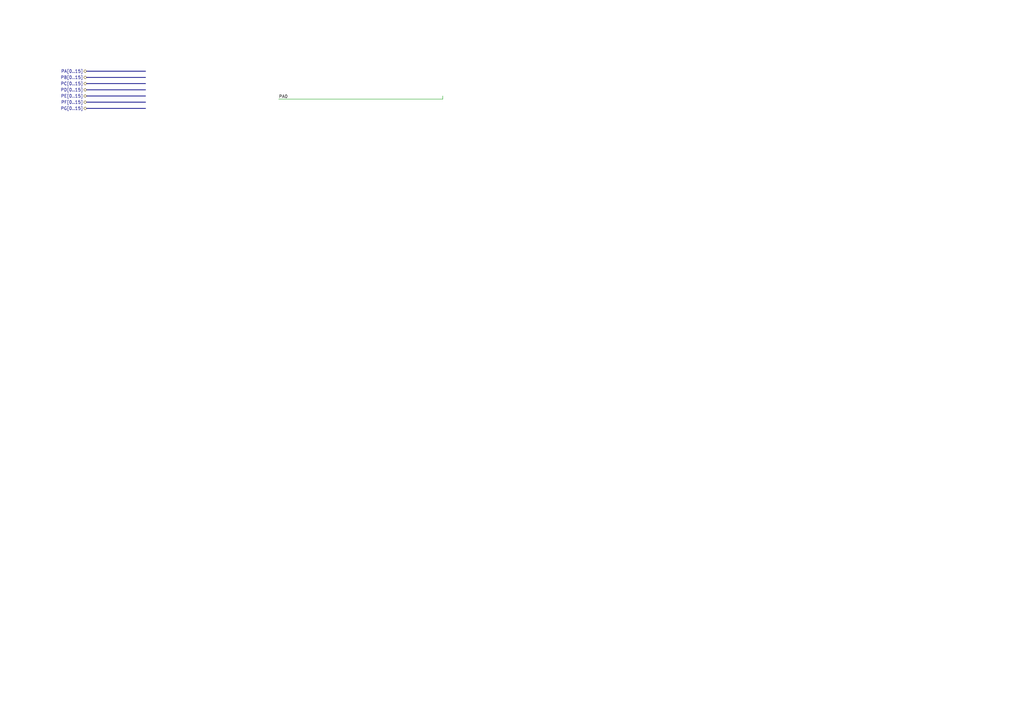
<source format=kicad_sch>
(kicad_sch (version 20230121) (generator eeschema)

  (uuid ce5971f7-c20e-4fd3-9423-63f155dcc2fe)

  (paper "A3")

  (lib_symbols
  )


  (bus (pts (xy 35.56 41.91) (xy 59.69 41.91))
    (stroke (width 0) (type default))
    (uuid 136e205d-f41b-4d53-bdd8-c11acb92b818)
  )
  (bus (pts (xy 35.56 29.21) (xy 59.69 29.21))
    (stroke (width 0) (type default))
    (uuid 37f92a4d-1565-483e-9dd1-1e2db44c19b1)
  )
  (bus (pts (xy 35.56 31.75) (xy 59.69 31.75))
    (stroke (width 0) (type default))
    (uuid 65d2db8a-0005-46c0-89ed-66235f3562c9)
  )

  (wire (pts (xy 181.61 39.37) (xy 181.61 40.64))
    (stroke (width 0) (type default))
    (uuid 6d111f77-27fd-46f2-be9a-469ade600709)
  )
  (bus (pts (xy 35.56 34.29) (xy 59.69 34.29))
    (stroke (width 0) (type default))
    (uuid 7519e668-f6ed-4fdd-bede-09de4303d5a2)
  )
  (bus (pts (xy 35.56 39.37) (xy 59.69 39.37))
    (stroke (width 0) (type default))
    (uuid 76ebf4c2-b17a-4a55-a099-498bf82af63b)
  )
  (bus (pts (xy 35.56 36.83) (xy 59.69 36.83))
    (stroke (width 0) (type default))
    (uuid 81e62db1-54d2-436a-9d17-f6aa703fe25d)
  )
  (bus (pts (xy 35.56 44.45) (xy 59.69 44.45))
    (stroke (width 0) (type default))
    (uuid 8be1b1da-3c9e-4c1f-8535-981749697ca4)
  )

  (wire (pts (xy 114.3 40.64) (xy 181.61 40.64))
    (stroke (width 0) (type default))
    (uuid e005d344-0214-4503-9d3f-b0b15b4cfd0f)
  )

  (label "PA0" (at 114.3 40.64 0) (fields_autoplaced)
    (effects (font (size 1.27 1.27)) (justify left bottom))
    (uuid 62f9263c-9a7c-4a01-85df-abecc002d0e3)
  )

  (hierarchical_label "PD[0..15]" (shape bidirectional) (at 35.56 36.83 180) (fields_autoplaced)
    (effects (font (size 1.27 1.27)) (justify right))
    (uuid 3839dccc-3f80-4d40-8282-f4e7f3e078ee)
  )
  (hierarchical_label "PE[0..15]" (shape bidirectional) (at 35.56 39.37 180) (fields_autoplaced)
    (effects (font (size 1.27 1.27)) (justify right))
    (uuid 47b6125a-1b0e-42c0-94bd-7840fdfd378c)
  )
  (hierarchical_label "PA[0..15]" (shape bidirectional) (at 35.56 29.21 180) (fields_autoplaced)
    (effects (font (size 1.27 1.27)) (justify right))
    (uuid 6e7e7b72-d2e1-4619-852d-b0ee83e27929)
  )
  (hierarchical_label "PC[0..15]" (shape bidirectional) (at 35.56 34.29 180) (fields_autoplaced)
    (effects (font (size 1.27 1.27)) (justify right))
    (uuid 6fc4e2dc-cd3b-44e4-984f-5bf567bcac9a)
  )
  (hierarchical_label "PB[0..15]" (shape bidirectional) (at 35.56 31.75 180) (fields_autoplaced)
    (effects (font (size 1.27 1.27)) (justify right))
    (uuid 962992df-5dd9-4deb-9158-d29b637b66b1)
  )
  (hierarchical_label "PG[0..15]" (shape bidirectional) (at 35.56 44.45 180) (fields_autoplaced)
    (effects (font (size 1.27 1.27)) (justify right))
    (uuid d431c96d-d2c3-4cc9-8b7d-0a5f88f32473)
  )
  (hierarchical_label "PF[0..15]" (shape bidirectional) (at 35.56 41.91 180) (fields_autoplaced)
    (effects (font (size 1.27 1.27)) (justify right))
    (uuid dad2142e-53f9-4fe2-8d61-083f75f3effc)
  )
)

</source>
